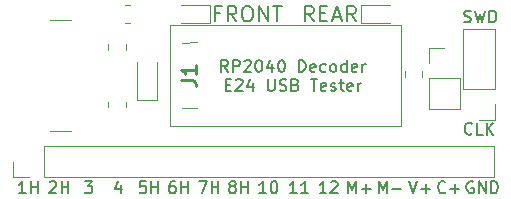
<source format=gto>
G04 #@! TF.GenerationSoftware,KiCad,Pcbnew,8.0.7*
G04 #@! TF.CreationDate,2025-01-11T17:18:14-05:00*
G04 #@! TF.ProjectId,panel,70616e65-6c2e-46b6-9963-61645f706362,rev?*
G04 #@! TF.SameCoordinates,Original*
G04 #@! TF.FileFunction,Legend,Top*
G04 #@! TF.FilePolarity,Positive*
%FSLAX46Y46*%
G04 Gerber Fmt 4.6, Leading zero omitted, Abs format (unit mm)*
G04 Created by KiCad (PCBNEW 8.0.7) date 2025-01-11 17:18:14*
%MOMM*%
%LPD*%
G01*
G04 APERTURE LIST*
%ADD10C,0.100000*%
%ADD11C,0.200000*%
%ADD12C,0.254000*%
%ADD13C,0.120000*%
G04 APERTURE END LIST*
D10*
X27900000Y-28700000D02*
X47400000Y-28700000D01*
X47400000Y-37300000D01*
X27900000Y-37300000D01*
X27900000Y-28700000D01*
D11*
X48147619Y-41967219D02*
X48480952Y-42967219D01*
X48480952Y-42967219D02*
X48814285Y-41967219D01*
X49147619Y-42586266D02*
X49909524Y-42586266D01*
X49528571Y-42967219D02*
X49528571Y-42205314D01*
X45547619Y-42967219D02*
X45547619Y-41967219D01*
X45547619Y-41967219D02*
X45880952Y-42681504D01*
X45880952Y-42681504D02*
X46214285Y-41967219D01*
X46214285Y-41967219D02*
X46214285Y-42967219D01*
X46690476Y-42586266D02*
X47452381Y-42586266D01*
X51190476Y-42871980D02*
X51142857Y-42919600D01*
X51142857Y-42919600D02*
X51000000Y-42967219D01*
X51000000Y-42967219D02*
X50904762Y-42967219D01*
X50904762Y-42967219D02*
X50761905Y-42919600D01*
X50761905Y-42919600D02*
X50666667Y-42824361D01*
X50666667Y-42824361D02*
X50619048Y-42729123D01*
X50619048Y-42729123D02*
X50571429Y-42538647D01*
X50571429Y-42538647D02*
X50571429Y-42395790D01*
X50571429Y-42395790D02*
X50619048Y-42205314D01*
X50619048Y-42205314D02*
X50666667Y-42110076D01*
X50666667Y-42110076D02*
X50761905Y-42014838D01*
X50761905Y-42014838D02*
X50904762Y-41967219D01*
X50904762Y-41967219D02*
X51000000Y-41967219D01*
X51000000Y-41967219D02*
X51142857Y-42014838D01*
X51142857Y-42014838D02*
X51190476Y-42062457D01*
X51619048Y-42586266D02*
X52380953Y-42586266D01*
X52000000Y-42967219D02*
X52000000Y-42205314D01*
X40030326Y-28430504D02*
X39596993Y-27811457D01*
X39287469Y-28430504D02*
X39287469Y-27130504D01*
X39287469Y-27130504D02*
X39782707Y-27130504D01*
X39782707Y-27130504D02*
X39906517Y-27192409D01*
X39906517Y-27192409D02*
X39968422Y-27254314D01*
X39968422Y-27254314D02*
X40030326Y-27378123D01*
X40030326Y-27378123D02*
X40030326Y-27563838D01*
X40030326Y-27563838D02*
X39968422Y-27687647D01*
X39968422Y-27687647D02*
X39906517Y-27749552D01*
X39906517Y-27749552D02*
X39782707Y-27811457D01*
X39782707Y-27811457D02*
X39287469Y-27811457D01*
X40587469Y-27749552D02*
X41020803Y-27749552D01*
X41206517Y-28430504D02*
X40587469Y-28430504D01*
X40587469Y-28430504D02*
X40587469Y-27130504D01*
X40587469Y-27130504D02*
X41206517Y-27130504D01*
X41701755Y-28059076D02*
X42320802Y-28059076D01*
X41577945Y-28430504D02*
X42011278Y-27130504D01*
X42011278Y-27130504D02*
X42444612Y-28430504D01*
X43620802Y-28430504D02*
X43187469Y-27811457D01*
X42877945Y-28430504D02*
X42877945Y-27130504D01*
X42877945Y-27130504D02*
X43373183Y-27130504D01*
X43373183Y-27130504D02*
X43496993Y-27192409D01*
X43496993Y-27192409D02*
X43558898Y-27254314D01*
X43558898Y-27254314D02*
X43620802Y-27378123D01*
X43620802Y-27378123D02*
X43620802Y-27563838D01*
X43620802Y-27563838D02*
X43558898Y-27687647D01*
X43558898Y-27687647D02*
X43496993Y-27749552D01*
X43496993Y-27749552D02*
X43373183Y-27811457D01*
X43373183Y-27811457D02*
X42877945Y-27811457D01*
X20666667Y-41967219D02*
X21285714Y-41967219D01*
X21285714Y-41967219D02*
X20952381Y-42348171D01*
X20952381Y-42348171D02*
X21095238Y-42348171D01*
X21095238Y-42348171D02*
X21190476Y-42395790D01*
X21190476Y-42395790D02*
X21238095Y-42443409D01*
X21238095Y-42443409D02*
X21285714Y-42538647D01*
X21285714Y-42538647D02*
X21285714Y-42776742D01*
X21285714Y-42776742D02*
X21238095Y-42871980D01*
X21238095Y-42871980D02*
X21190476Y-42919600D01*
X21190476Y-42919600D02*
X21095238Y-42967219D01*
X21095238Y-42967219D02*
X20809524Y-42967219D01*
X20809524Y-42967219D02*
X20714286Y-42919600D01*
X20714286Y-42919600D02*
X20666667Y-42871980D01*
X41109523Y-42967219D02*
X40538095Y-42967219D01*
X40823809Y-42967219D02*
X40823809Y-41967219D01*
X40823809Y-41967219D02*
X40728571Y-42110076D01*
X40728571Y-42110076D02*
X40633333Y-42205314D01*
X40633333Y-42205314D02*
X40538095Y-42252933D01*
X41490476Y-42062457D02*
X41538095Y-42014838D01*
X41538095Y-42014838D02*
X41633333Y-41967219D01*
X41633333Y-41967219D02*
X41871428Y-41967219D01*
X41871428Y-41967219D02*
X41966666Y-42014838D01*
X41966666Y-42014838D02*
X42014285Y-42062457D01*
X42014285Y-42062457D02*
X42061904Y-42157695D01*
X42061904Y-42157695D02*
X42061904Y-42252933D01*
X42061904Y-42252933D02*
X42014285Y-42395790D01*
X42014285Y-42395790D02*
X41442857Y-42967219D01*
X41442857Y-42967219D02*
X42061904Y-42967219D01*
X25814285Y-41967219D02*
X25338095Y-41967219D01*
X25338095Y-41967219D02*
X25290476Y-42443409D01*
X25290476Y-42443409D02*
X25338095Y-42395790D01*
X25338095Y-42395790D02*
X25433333Y-42348171D01*
X25433333Y-42348171D02*
X25671428Y-42348171D01*
X25671428Y-42348171D02*
X25766666Y-42395790D01*
X25766666Y-42395790D02*
X25814285Y-42443409D01*
X25814285Y-42443409D02*
X25861904Y-42538647D01*
X25861904Y-42538647D02*
X25861904Y-42776742D01*
X25861904Y-42776742D02*
X25814285Y-42871980D01*
X25814285Y-42871980D02*
X25766666Y-42919600D01*
X25766666Y-42919600D02*
X25671428Y-42967219D01*
X25671428Y-42967219D02*
X25433333Y-42967219D01*
X25433333Y-42967219D02*
X25338095Y-42919600D01*
X25338095Y-42919600D02*
X25290476Y-42871980D01*
X26290476Y-42967219D02*
X26290476Y-41967219D01*
X26290476Y-42443409D02*
X26861904Y-42443409D01*
X26861904Y-42967219D02*
X26861904Y-41967219D01*
X38609523Y-42967219D02*
X38038095Y-42967219D01*
X38323809Y-42967219D02*
X38323809Y-41967219D01*
X38323809Y-41967219D02*
X38228571Y-42110076D01*
X38228571Y-42110076D02*
X38133333Y-42205314D01*
X38133333Y-42205314D02*
X38038095Y-42252933D01*
X39561904Y-42967219D02*
X38990476Y-42967219D01*
X39276190Y-42967219D02*
X39276190Y-41967219D01*
X39276190Y-41967219D02*
X39180952Y-42110076D01*
X39180952Y-42110076D02*
X39085714Y-42205314D01*
X39085714Y-42205314D02*
X38990476Y-42252933D01*
X32074435Y-27749552D02*
X31641101Y-27749552D01*
X31641101Y-28430504D02*
X31641101Y-27130504D01*
X31641101Y-27130504D02*
X32260149Y-27130504D01*
X33498244Y-28430504D02*
X33064911Y-27811457D01*
X32755387Y-28430504D02*
X32755387Y-27130504D01*
X32755387Y-27130504D02*
X33250625Y-27130504D01*
X33250625Y-27130504D02*
X33374435Y-27192409D01*
X33374435Y-27192409D02*
X33436340Y-27254314D01*
X33436340Y-27254314D02*
X33498244Y-27378123D01*
X33498244Y-27378123D02*
X33498244Y-27563838D01*
X33498244Y-27563838D02*
X33436340Y-27687647D01*
X33436340Y-27687647D02*
X33374435Y-27749552D01*
X33374435Y-27749552D02*
X33250625Y-27811457D01*
X33250625Y-27811457D02*
X32755387Y-27811457D01*
X34303006Y-27130504D02*
X34550625Y-27130504D01*
X34550625Y-27130504D02*
X34674435Y-27192409D01*
X34674435Y-27192409D02*
X34798244Y-27316219D01*
X34798244Y-27316219D02*
X34860149Y-27563838D01*
X34860149Y-27563838D02*
X34860149Y-27997171D01*
X34860149Y-27997171D02*
X34798244Y-28244790D01*
X34798244Y-28244790D02*
X34674435Y-28368600D01*
X34674435Y-28368600D02*
X34550625Y-28430504D01*
X34550625Y-28430504D02*
X34303006Y-28430504D01*
X34303006Y-28430504D02*
X34179197Y-28368600D01*
X34179197Y-28368600D02*
X34055387Y-28244790D01*
X34055387Y-28244790D02*
X33993483Y-27997171D01*
X33993483Y-27997171D02*
X33993483Y-27563838D01*
X33993483Y-27563838D02*
X34055387Y-27316219D01*
X34055387Y-27316219D02*
X34179197Y-27192409D01*
X34179197Y-27192409D02*
X34303006Y-27130504D01*
X35417292Y-28430504D02*
X35417292Y-27130504D01*
X35417292Y-27130504D02*
X36160149Y-28430504D01*
X36160149Y-28430504D02*
X36160149Y-27130504D01*
X36593483Y-27130504D02*
X37336340Y-27130504D01*
X36964912Y-28430504D02*
X36964912Y-27130504D01*
X52772054Y-28469600D02*
X52914911Y-28517219D01*
X52914911Y-28517219D02*
X53153006Y-28517219D01*
X53153006Y-28517219D02*
X53248244Y-28469600D01*
X53248244Y-28469600D02*
X53295863Y-28421980D01*
X53295863Y-28421980D02*
X53343482Y-28326742D01*
X53343482Y-28326742D02*
X53343482Y-28231504D01*
X53343482Y-28231504D02*
X53295863Y-28136266D01*
X53295863Y-28136266D02*
X53248244Y-28088647D01*
X53248244Y-28088647D02*
X53153006Y-28041028D01*
X53153006Y-28041028D02*
X52962530Y-27993409D01*
X52962530Y-27993409D02*
X52867292Y-27945790D01*
X52867292Y-27945790D02*
X52819673Y-27898171D01*
X52819673Y-27898171D02*
X52772054Y-27802933D01*
X52772054Y-27802933D02*
X52772054Y-27707695D01*
X52772054Y-27707695D02*
X52819673Y-27612457D01*
X52819673Y-27612457D02*
X52867292Y-27564838D01*
X52867292Y-27564838D02*
X52962530Y-27517219D01*
X52962530Y-27517219D02*
X53200625Y-27517219D01*
X53200625Y-27517219D02*
X53343482Y-27564838D01*
X53676816Y-27517219D02*
X53914911Y-28517219D01*
X53914911Y-28517219D02*
X54105387Y-27802933D01*
X54105387Y-27802933D02*
X54295863Y-28517219D01*
X54295863Y-28517219D02*
X54533959Y-27517219D01*
X54914911Y-28517219D02*
X54914911Y-27517219D01*
X54914911Y-27517219D02*
X55153006Y-27517219D01*
X55153006Y-27517219D02*
X55295863Y-27564838D01*
X55295863Y-27564838D02*
X55391101Y-27660076D01*
X55391101Y-27660076D02*
X55438720Y-27755314D01*
X55438720Y-27755314D02*
X55486339Y-27945790D01*
X55486339Y-27945790D02*
X55486339Y-28088647D01*
X55486339Y-28088647D02*
X55438720Y-28279123D01*
X55438720Y-28279123D02*
X55391101Y-28374361D01*
X55391101Y-28374361D02*
X55295863Y-28469600D01*
X55295863Y-28469600D02*
X55153006Y-28517219D01*
X55153006Y-28517219D02*
X54914911Y-28517219D01*
X32773808Y-32707275D02*
X32440475Y-32231084D01*
X32202380Y-32707275D02*
X32202380Y-31707275D01*
X32202380Y-31707275D02*
X32583332Y-31707275D01*
X32583332Y-31707275D02*
X32678570Y-31754894D01*
X32678570Y-31754894D02*
X32726189Y-31802513D01*
X32726189Y-31802513D02*
X32773808Y-31897751D01*
X32773808Y-31897751D02*
X32773808Y-32040608D01*
X32773808Y-32040608D02*
X32726189Y-32135846D01*
X32726189Y-32135846D02*
X32678570Y-32183465D01*
X32678570Y-32183465D02*
X32583332Y-32231084D01*
X32583332Y-32231084D02*
X32202380Y-32231084D01*
X33202380Y-32707275D02*
X33202380Y-31707275D01*
X33202380Y-31707275D02*
X33583332Y-31707275D01*
X33583332Y-31707275D02*
X33678570Y-31754894D01*
X33678570Y-31754894D02*
X33726189Y-31802513D01*
X33726189Y-31802513D02*
X33773808Y-31897751D01*
X33773808Y-31897751D02*
X33773808Y-32040608D01*
X33773808Y-32040608D02*
X33726189Y-32135846D01*
X33726189Y-32135846D02*
X33678570Y-32183465D01*
X33678570Y-32183465D02*
X33583332Y-32231084D01*
X33583332Y-32231084D02*
X33202380Y-32231084D01*
X34154761Y-31802513D02*
X34202380Y-31754894D01*
X34202380Y-31754894D02*
X34297618Y-31707275D01*
X34297618Y-31707275D02*
X34535713Y-31707275D01*
X34535713Y-31707275D02*
X34630951Y-31754894D01*
X34630951Y-31754894D02*
X34678570Y-31802513D01*
X34678570Y-31802513D02*
X34726189Y-31897751D01*
X34726189Y-31897751D02*
X34726189Y-31992989D01*
X34726189Y-31992989D02*
X34678570Y-32135846D01*
X34678570Y-32135846D02*
X34107142Y-32707275D01*
X34107142Y-32707275D02*
X34726189Y-32707275D01*
X35345237Y-31707275D02*
X35440475Y-31707275D01*
X35440475Y-31707275D02*
X35535713Y-31754894D01*
X35535713Y-31754894D02*
X35583332Y-31802513D01*
X35583332Y-31802513D02*
X35630951Y-31897751D01*
X35630951Y-31897751D02*
X35678570Y-32088227D01*
X35678570Y-32088227D02*
X35678570Y-32326322D01*
X35678570Y-32326322D02*
X35630951Y-32516798D01*
X35630951Y-32516798D02*
X35583332Y-32612036D01*
X35583332Y-32612036D02*
X35535713Y-32659656D01*
X35535713Y-32659656D02*
X35440475Y-32707275D01*
X35440475Y-32707275D02*
X35345237Y-32707275D01*
X35345237Y-32707275D02*
X35249999Y-32659656D01*
X35249999Y-32659656D02*
X35202380Y-32612036D01*
X35202380Y-32612036D02*
X35154761Y-32516798D01*
X35154761Y-32516798D02*
X35107142Y-32326322D01*
X35107142Y-32326322D02*
X35107142Y-32088227D01*
X35107142Y-32088227D02*
X35154761Y-31897751D01*
X35154761Y-31897751D02*
X35202380Y-31802513D01*
X35202380Y-31802513D02*
X35249999Y-31754894D01*
X35249999Y-31754894D02*
X35345237Y-31707275D01*
X36535713Y-32040608D02*
X36535713Y-32707275D01*
X36297618Y-31659656D02*
X36059523Y-32373941D01*
X36059523Y-32373941D02*
X36678570Y-32373941D01*
X37249999Y-31707275D02*
X37345237Y-31707275D01*
X37345237Y-31707275D02*
X37440475Y-31754894D01*
X37440475Y-31754894D02*
X37488094Y-31802513D01*
X37488094Y-31802513D02*
X37535713Y-31897751D01*
X37535713Y-31897751D02*
X37583332Y-32088227D01*
X37583332Y-32088227D02*
X37583332Y-32326322D01*
X37583332Y-32326322D02*
X37535713Y-32516798D01*
X37535713Y-32516798D02*
X37488094Y-32612036D01*
X37488094Y-32612036D02*
X37440475Y-32659656D01*
X37440475Y-32659656D02*
X37345237Y-32707275D01*
X37345237Y-32707275D02*
X37249999Y-32707275D01*
X37249999Y-32707275D02*
X37154761Y-32659656D01*
X37154761Y-32659656D02*
X37107142Y-32612036D01*
X37107142Y-32612036D02*
X37059523Y-32516798D01*
X37059523Y-32516798D02*
X37011904Y-32326322D01*
X37011904Y-32326322D02*
X37011904Y-32088227D01*
X37011904Y-32088227D02*
X37059523Y-31897751D01*
X37059523Y-31897751D02*
X37107142Y-31802513D01*
X37107142Y-31802513D02*
X37154761Y-31754894D01*
X37154761Y-31754894D02*
X37249999Y-31707275D01*
X38773809Y-32707275D02*
X38773809Y-31707275D01*
X38773809Y-31707275D02*
X39011904Y-31707275D01*
X39011904Y-31707275D02*
X39154761Y-31754894D01*
X39154761Y-31754894D02*
X39249999Y-31850132D01*
X39249999Y-31850132D02*
X39297618Y-31945370D01*
X39297618Y-31945370D02*
X39345237Y-32135846D01*
X39345237Y-32135846D02*
X39345237Y-32278703D01*
X39345237Y-32278703D02*
X39297618Y-32469179D01*
X39297618Y-32469179D02*
X39249999Y-32564417D01*
X39249999Y-32564417D02*
X39154761Y-32659656D01*
X39154761Y-32659656D02*
X39011904Y-32707275D01*
X39011904Y-32707275D02*
X38773809Y-32707275D01*
X40154761Y-32659656D02*
X40059523Y-32707275D01*
X40059523Y-32707275D02*
X39869047Y-32707275D01*
X39869047Y-32707275D02*
X39773809Y-32659656D01*
X39773809Y-32659656D02*
X39726190Y-32564417D01*
X39726190Y-32564417D02*
X39726190Y-32183465D01*
X39726190Y-32183465D02*
X39773809Y-32088227D01*
X39773809Y-32088227D02*
X39869047Y-32040608D01*
X39869047Y-32040608D02*
X40059523Y-32040608D01*
X40059523Y-32040608D02*
X40154761Y-32088227D01*
X40154761Y-32088227D02*
X40202380Y-32183465D01*
X40202380Y-32183465D02*
X40202380Y-32278703D01*
X40202380Y-32278703D02*
X39726190Y-32373941D01*
X41059523Y-32659656D02*
X40964285Y-32707275D01*
X40964285Y-32707275D02*
X40773809Y-32707275D01*
X40773809Y-32707275D02*
X40678571Y-32659656D01*
X40678571Y-32659656D02*
X40630952Y-32612036D01*
X40630952Y-32612036D02*
X40583333Y-32516798D01*
X40583333Y-32516798D02*
X40583333Y-32231084D01*
X40583333Y-32231084D02*
X40630952Y-32135846D01*
X40630952Y-32135846D02*
X40678571Y-32088227D01*
X40678571Y-32088227D02*
X40773809Y-32040608D01*
X40773809Y-32040608D02*
X40964285Y-32040608D01*
X40964285Y-32040608D02*
X41059523Y-32088227D01*
X41630952Y-32707275D02*
X41535714Y-32659656D01*
X41535714Y-32659656D02*
X41488095Y-32612036D01*
X41488095Y-32612036D02*
X41440476Y-32516798D01*
X41440476Y-32516798D02*
X41440476Y-32231084D01*
X41440476Y-32231084D02*
X41488095Y-32135846D01*
X41488095Y-32135846D02*
X41535714Y-32088227D01*
X41535714Y-32088227D02*
X41630952Y-32040608D01*
X41630952Y-32040608D02*
X41773809Y-32040608D01*
X41773809Y-32040608D02*
X41869047Y-32088227D01*
X41869047Y-32088227D02*
X41916666Y-32135846D01*
X41916666Y-32135846D02*
X41964285Y-32231084D01*
X41964285Y-32231084D02*
X41964285Y-32516798D01*
X41964285Y-32516798D02*
X41916666Y-32612036D01*
X41916666Y-32612036D02*
X41869047Y-32659656D01*
X41869047Y-32659656D02*
X41773809Y-32707275D01*
X41773809Y-32707275D02*
X41630952Y-32707275D01*
X42821428Y-32707275D02*
X42821428Y-31707275D01*
X42821428Y-32659656D02*
X42726190Y-32707275D01*
X42726190Y-32707275D02*
X42535714Y-32707275D01*
X42535714Y-32707275D02*
X42440476Y-32659656D01*
X42440476Y-32659656D02*
X42392857Y-32612036D01*
X42392857Y-32612036D02*
X42345238Y-32516798D01*
X42345238Y-32516798D02*
X42345238Y-32231084D01*
X42345238Y-32231084D02*
X42392857Y-32135846D01*
X42392857Y-32135846D02*
X42440476Y-32088227D01*
X42440476Y-32088227D02*
X42535714Y-32040608D01*
X42535714Y-32040608D02*
X42726190Y-32040608D01*
X42726190Y-32040608D02*
X42821428Y-32088227D01*
X43678571Y-32659656D02*
X43583333Y-32707275D01*
X43583333Y-32707275D02*
X43392857Y-32707275D01*
X43392857Y-32707275D02*
X43297619Y-32659656D01*
X43297619Y-32659656D02*
X43250000Y-32564417D01*
X43250000Y-32564417D02*
X43250000Y-32183465D01*
X43250000Y-32183465D02*
X43297619Y-32088227D01*
X43297619Y-32088227D02*
X43392857Y-32040608D01*
X43392857Y-32040608D02*
X43583333Y-32040608D01*
X43583333Y-32040608D02*
X43678571Y-32088227D01*
X43678571Y-32088227D02*
X43726190Y-32183465D01*
X43726190Y-32183465D02*
X43726190Y-32278703D01*
X43726190Y-32278703D02*
X43250000Y-32373941D01*
X44154762Y-32707275D02*
X44154762Y-32040608D01*
X44154762Y-32231084D02*
X44202381Y-32135846D01*
X44202381Y-32135846D02*
X44250000Y-32088227D01*
X44250000Y-32088227D02*
X44345238Y-32040608D01*
X44345238Y-32040608D02*
X44440476Y-32040608D01*
X32583332Y-33793409D02*
X32916665Y-33793409D01*
X33059522Y-34317219D02*
X32583332Y-34317219D01*
X32583332Y-34317219D02*
X32583332Y-33317219D01*
X32583332Y-33317219D02*
X33059522Y-33317219D01*
X33440475Y-33412457D02*
X33488094Y-33364838D01*
X33488094Y-33364838D02*
X33583332Y-33317219D01*
X33583332Y-33317219D02*
X33821427Y-33317219D01*
X33821427Y-33317219D02*
X33916665Y-33364838D01*
X33916665Y-33364838D02*
X33964284Y-33412457D01*
X33964284Y-33412457D02*
X34011903Y-33507695D01*
X34011903Y-33507695D02*
X34011903Y-33602933D01*
X34011903Y-33602933D02*
X33964284Y-33745790D01*
X33964284Y-33745790D02*
X33392856Y-34317219D01*
X33392856Y-34317219D02*
X34011903Y-34317219D01*
X34869046Y-33650552D02*
X34869046Y-34317219D01*
X34630951Y-33269600D02*
X34392856Y-33983885D01*
X34392856Y-33983885D02*
X35011903Y-33983885D01*
X36154761Y-33317219D02*
X36154761Y-34126742D01*
X36154761Y-34126742D02*
X36202380Y-34221980D01*
X36202380Y-34221980D02*
X36249999Y-34269600D01*
X36249999Y-34269600D02*
X36345237Y-34317219D01*
X36345237Y-34317219D02*
X36535713Y-34317219D01*
X36535713Y-34317219D02*
X36630951Y-34269600D01*
X36630951Y-34269600D02*
X36678570Y-34221980D01*
X36678570Y-34221980D02*
X36726189Y-34126742D01*
X36726189Y-34126742D02*
X36726189Y-33317219D01*
X37154761Y-34269600D02*
X37297618Y-34317219D01*
X37297618Y-34317219D02*
X37535713Y-34317219D01*
X37535713Y-34317219D02*
X37630951Y-34269600D01*
X37630951Y-34269600D02*
X37678570Y-34221980D01*
X37678570Y-34221980D02*
X37726189Y-34126742D01*
X37726189Y-34126742D02*
X37726189Y-34031504D01*
X37726189Y-34031504D02*
X37678570Y-33936266D01*
X37678570Y-33936266D02*
X37630951Y-33888647D01*
X37630951Y-33888647D02*
X37535713Y-33841028D01*
X37535713Y-33841028D02*
X37345237Y-33793409D01*
X37345237Y-33793409D02*
X37249999Y-33745790D01*
X37249999Y-33745790D02*
X37202380Y-33698171D01*
X37202380Y-33698171D02*
X37154761Y-33602933D01*
X37154761Y-33602933D02*
X37154761Y-33507695D01*
X37154761Y-33507695D02*
X37202380Y-33412457D01*
X37202380Y-33412457D02*
X37249999Y-33364838D01*
X37249999Y-33364838D02*
X37345237Y-33317219D01*
X37345237Y-33317219D02*
X37583332Y-33317219D01*
X37583332Y-33317219D02*
X37726189Y-33364838D01*
X38488094Y-33793409D02*
X38630951Y-33841028D01*
X38630951Y-33841028D02*
X38678570Y-33888647D01*
X38678570Y-33888647D02*
X38726189Y-33983885D01*
X38726189Y-33983885D02*
X38726189Y-34126742D01*
X38726189Y-34126742D02*
X38678570Y-34221980D01*
X38678570Y-34221980D02*
X38630951Y-34269600D01*
X38630951Y-34269600D02*
X38535713Y-34317219D01*
X38535713Y-34317219D02*
X38154761Y-34317219D01*
X38154761Y-34317219D02*
X38154761Y-33317219D01*
X38154761Y-33317219D02*
X38488094Y-33317219D01*
X38488094Y-33317219D02*
X38583332Y-33364838D01*
X38583332Y-33364838D02*
X38630951Y-33412457D01*
X38630951Y-33412457D02*
X38678570Y-33507695D01*
X38678570Y-33507695D02*
X38678570Y-33602933D01*
X38678570Y-33602933D02*
X38630951Y-33698171D01*
X38630951Y-33698171D02*
X38583332Y-33745790D01*
X38583332Y-33745790D02*
X38488094Y-33793409D01*
X38488094Y-33793409D02*
X38154761Y-33793409D01*
X39773809Y-33317219D02*
X40345237Y-33317219D01*
X40059523Y-34317219D02*
X40059523Y-33317219D01*
X41059523Y-34269600D02*
X40964285Y-34317219D01*
X40964285Y-34317219D02*
X40773809Y-34317219D01*
X40773809Y-34317219D02*
X40678571Y-34269600D01*
X40678571Y-34269600D02*
X40630952Y-34174361D01*
X40630952Y-34174361D02*
X40630952Y-33793409D01*
X40630952Y-33793409D02*
X40678571Y-33698171D01*
X40678571Y-33698171D02*
X40773809Y-33650552D01*
X40773809Y-33650552D02*
X40964285Y-33650552D01*
X40964285Y-33650552D02*
X41059523Y-33698171D01*
X41059523Y-33698171D02*
X41107142Y-33793409D01*
X41107142Y-33793409D02*
X41107142Y-33888647D01*
X41107142Y-33888647D02*
X40630952Y-33983885D01*
X41488095Y-34269600D02*
X41583333Y-34317219D01*
X41583333Y-34317219D02*
X41773809Y-34317219D01*
X41773809Y-34317219D02*
X41869047Y-34269600D01*
X41869047Y-34269600D02*
X41916666Y-34174361D01*
X41916666Y-34174361D02*
X41916666Y-34126742D01*
X41916666Y-34126742D02*
X41869047Y-34031504D01*
X41869047Y-34031504D02*
X41773809Y-33983885D01*
X41773809Y-33983885D02*
X41630952Y-33983885D01*
X41630952Y-33983885D02*
X41535714Y-33936266D01*
X41535714Y-33936266D02*
X41488095Y-33841028D01*
X41488095Y-33841028D02*
X41488095Y-33793409D01*
X41488095Y-33793409D02*
X41535714Y-33698171D01*
X41535714Y-33698171D02*
X41630952Y-33650552D01*
X41630952Y-33650552D02*
X41773809Y-33650552D01*
X41773809Y-33650552D02*
X41869047Y-33698171D01*
X42202381Y-33650552D02*
X42583333Y-33650552D01*
X42345238Y-33317219D02*
X42345238Y-34174361D01*
X42345238Y-34174361D02*
X42392857Y-34269600D01*
X42392857Y-34269600D02*
X42488095Y-34317219D01*
X42488095Y-34317219D02*
X42583333Y-34317219D01*
X43297619Y-34269600D02*
X43202381Y-34317219D01*
X43202381Y-34317219D02*
X43011905Y-34317219D01*
X43011905Y-34317219D02*
X42916667Y-34269600D01*
X42916667Y-34269600D02*
X42869048Y-34174361D01*
X42869048Y-34174361D02*
X42869048Y-33793409D01*
X42869048Y-33793409D02*
X42916667Y-33698171D01*
X42916667Y-33698171D02*
X43011905Y-33650552D01*
X43011905Y-33650552D02*
X43202381Y-33650552D01*
X43202381Y-33650552D02*
X43297619Y-33698171D01*
X43297619Y-33698171D02*
X43345238Y-33793409D01*
X43345238Y-33793409D02*
X43345238Y-33888647D01*
X43345238Y-33888647D02*
X42869048Y-33983885D01*
X43773810Y-34317219D02*
X43773810Y-33650552D01*
X43773810Y-33841028D02*
X43821429Y-33745790D01*
X43821429Y-33745790D02*
X43869048Y-33698171D01*
X43869048Y-33698171D02*
X43964286Y-33650552D01*
X43964286Y-33650552D02*
X44059524Y-33650552D01*
X53441101Y-37921980D02*
X53393482Y-37969600D01*
X53393482Y-37969600D02*
X53250625Y-38017219D01*
X53250625Y-38017219D02*
X53155387Y-38017219D01*
X53155387Y-38017219D02*
X53012530Y-37969600D01*
X53012530Y-37969600D02*
X52917292Y-37874361D01*
X52917292Y-37874361D02*
X52869673Y-37779123D01*
X52869673Y-37779123D02*
X52822054Y-37588647D01*
X52822054Y-37588647D02*
X52822054Y-37445790D01*
X52822054Y-37445790D02*
X52869673Y-37255314D01*
X52869673Y-37255314D02*
X52917292Y-37160076D01*
X52917292Y-37160076D02*
X53012530Y-37064838D01*
X53012530Y-37064838D02*
X53155387Y-37017219D01*
X53155387Y-37017219D02*
X53250625Y-37017219D01*
X53250625Y-37017219D02*
X53393482Y-37064838D01*
X53393482Y-37064838D02*
X53441101Y-37112457D01*
X54345863Y-38017219D02*
X53869673Y-38017219D01*
X53869673Y-38017219D02*
X53869673Y-37017219D01*
X54679197Y-38017219D02*
X54679197Y-37017219D01*
X55250625Y-38017219D02*
X54822054Y-37445790D01*
X55250625Y-37017219D02*
X54679197Y-37588647D01*
X30342857Y-41967219D02*
X31009523Y-41967219D01*
X31009523Y-41967219D02*
X30580952Y-42967219D01*
X31390476Y-42967219D02*
X31390476Y-41967219D01*
X31390476Y-42443409D02*
X31961904Y-42443409D01*
X31961904Y-42967219D02*
X31961904Y-41967219D01*
X23690476Y-42300552D02*
X23690476Y-42967219D01*
X23452381Y-41919600D02*
X23214286Y-42633885D01*
X23214286Y-42633885D02*
X23833333Y-42633885D01*
X28266666Y-41967219D02*
X28076190Y-41967219D01*
X28076190Y-41967219D02*
X27980952Y-42014838D01*
X27980952Y-42014838D02*
X27933333Y-42062457D01*
X27933333Y-42062457D02*
X27838095Y-42205314D01*
X27838095Y-42205314D02*
X27790476Y-42395790D01*
X27790476Y-42395790D02*
X27790476Y-42776742D01*
X27790476Y-42776742D02*
X27838095Y-42871980D01*
X27838095Y-42871980D02*
X27885714Y-42919600D01*
X27885714Y-42919600D02*
X27980952Y-42967219D01*
X27980952Y-42967219D02*
X28171428Y-42967219D01*
X28171428Y-42967219D02*
X28266666Y-42919600D01*
X28266666Y-42919600D02*
X28314285Y-42871980D01*
X28314285Y-42871980D02*
X28361904Y-42776742D01*
X28361904Y-42776742D02*
X28361904Y-42538647D01*
X28361904Y-42538647D02*
X28314285Y-42443409D01*
X28314285Y-42443409D02*
X28266666Y-42395790D01*
X28266666Y-42395790D02*
X28171428Y-42348171D01*
X28171428Y-42348171D02*
X27980952Y-42348171D01*
X27980952Y-42348171D02*
X27885714Y-42395790D01*
X27885714Y-42395790D02*
X27838095Y-42443409D01*
X27838095Y-42443409D02*
X27790476Y-42538647D01*
X28790476Y-42967219D02*
X28790476Y-41967219D01*
X28790476Y-42443409D02*
X29361904Y-42443409D01*
X29361904Y-42967219D02*
X29361904Y-41967219D01*
X42947619Y-42967219D02*
X42947619Y-41967219D01*
X42947619Y-41967219D02*
X43280952Y-42681504D01*
X43280952Y-42681504D02*
X43614285Y-41967219D01*
X43614285Y-41967219D02*
X43614285Y-42967219D01*
X44090476Y-42586266D02*
X44852381Y-42586266D01*
X44471428Y-42967219D02*
X44471428Y-42205314D01*
X36009523Y-42967219D02*
X35438095Y-42967219D01*
X35723809Y-42967219D02*
X35723809Y-41967219D01*
X35723809Y-41967219D02*
X35628571Y-42110076D01*
X35628571Y-42110076D02*
X35533333Y-42205314D01*
X35533333Y-42205314D02*
X35438095Y-42252933D01*
X36628571Y-41967219D02*
X36723809Y-41967219D01*
X36723809Y-41967219D02*
X36819047Y-42014838D01*
X36819047Y-42014838D02*
X36866666Y-42062457D01*
X36866666Y-42062457D02*
X36914285Y-42157695D01*
X36914285Y-42157695D02*
X36961904Y-42348171D01*
X36961904Y-42348171D02*
X36961904Y-42586266D01*
X36961904Y-42586266D02*
X36914285Y-42776742D01*
X36914285Y-42776742D02*
X36866666Y-42871980D01*
X36866666Y-42871980D02*
X36819047Y-42919600D01*
X36819047Y-42919600D02*
X36723809Y-42967219D01*
X36723809Y-42967219D02*
X36628571Y-42967219D01*
X36628571Y-42967219D02*
X36533333Y-42919600D01*
X36533333Y-42919600D02*
X36485714Y-42871980D01*
X36485714Y-42871980D02*
X36438095Y-42776742D01*
X36438095Y-42776742D02*
X36390476Y-42586266D01*
X36390476Y-42586266D02*
X36390476Y-42348171D01*
X36390476Y-42348171D02*
X36438095Y-42157695D01*
X36438095Y-42157695D02*
X36485714Y-42062457D01*
X36485714Y-42062457D02*
X36533333Y-42014838D01*
X36533333Y-42014838D02*
X36628571Y-41967219D01*
X17690476Y-42062457D02*
X17738095Y-42014838D01*
X17738095Y-42014838D02*
X17833333Y-41967219D01*
X17833333Y-41967219D02*
X18071428Y-41967219D01*
X18071428Y-41967219D02*
X18166666Y-42014838D01*
X18166666Y-42014838D02*
X18214285Y-42062457D01*
X18214285Y-42062457D02*
X18261904Y-42157695D01*
X18261904Y-42157695D02*
X18261904Y-42252933D01*
X18261904Y-42252933D02*
X18214285Y-42395790D01*
X18214285Y-42395790D02*
X17642857Y-42967219D01*
X17642857Y-42967219D02*
X18261904Y-42967219D01*
X18690476Y-42967219D02*
X18690476Y-41967219D01*
X18690476Y-42443409D02*
X19261904Y-42443409D01*
X19261904Y-42967219D02*
X19261904Y-41967219D01*
X15661904Y-42967219D02*
X15090476Y-42967219D01*
X15376190Y-42967219D02*
X15376190Y-41967219D01*
X15376190Y-41967219D02*
X15280952Y-42110076D01*
X15280952Y-42110076D02*
X15185714Y-42205314D01*
X15185714Y-42205314D02*
X15090476Y-42252933D01*
X16090476Y-42967219D02*
X16090476Y-41967219D01*
X16090476Y-42443409D02*
X16661904Y-42443409D01*
X16661904Y-42967219D02*
X16661904Y-41967219D01*
X53538095Y-42014838D02*
X53442857Y-41967219D01*
X53442857Y-41967219D02*
X53300000Y-41967219D01*
X53300000Y-41967219D02*
X53157143Y-42014838D01*
X53157143Y-42014838D02*
X53061905Y-42110076D01*
X53061905Y-42110076D02*
X53014286Y-42205314D01*
X53014286Y-42205314D02*
X52966667Y-42395790D01*
X52966667Y-42395790D02*
X52966667Y-42538647D01*
X52966667Y-42538647D02*
X53014286Y-42729123D01*
X53014286Y-42729123D02*
X53061905Y-42824361D01*
X53061905Y-42824361D02*
X53157143Y-42919600D01*
X53157143Y-42919600D02*
X53300000Y-42967219D01*
X53300000Y-42967219D02*
X53395238Y-42967219D01*
X53395238Y-42967219D02*
X53538095Y-42919600D01*
X53538095Y-42919600D02*
X53585714Y-42871980D01*
X53585714Y-42871980D02*
X53585714Y-42538647D01*
X53585714Y-42538647D02*
X53395238Y-42538647D01*
X54014286Y-42967219D02*
X54014286Y-41967219D01*
X54014286Y-41967219D02*
X54585714Y-42967219D01*
X54585714Y-42967219D02*
X54585714Y-41967219D01*
X55061905Y-42967219D02*
X55061905Y-41967219D01*
X55061905Y-41967219D02*
X55300000Y-41967219D01*
X55300000Y-41967219D02*
X55442857Y-42014838D01*
X55442857Y-42014838D02*
X55538095Y-42110076D01*
X55538095Y-42110076D02*
X55585714Y-42205314D01*
X55585714Y-42205314D02*
X55633333Y-42395790D01*
X55633333Y-42395790D02*
X55633333Y-42538647D01*
X55633333Y-42538647D02*
X55585714Y-42729123D01*
X55585714Y-42729123D02*
X55538095Y-42824361D01*
X55538095Y-42824361D02*
X55442857Y-42919600D01*
X55442857Y-42919600D02*
X55300000Y-42967219D01*
X55300000Y-42967219D02*
X55061905Y-42967219D01*
X33080952Y-42395790D02*
X32985714Y-42348171D01*
X32985714Y-42348171D02*
X32938095Y-42300552D01*
X32938095Y-42300552D02*
X32890476Y-42205314D01*
X32890476Y-42205314D02*
X32890476Y-42157695D01*
X32890476Y-42157695D02*
X32938095Y-42062457D01*
X32938095Y-42062457D02*
X32985714Y-42014838D01*
X32985714Y-42014838D02*
X33080952Y-41967219D01*
X33080952Y-41967219D02*
X33271428Y-41967219D01*
X33271428Y-41967219D02*
X33366666Y-42014838D01*
X33366666Y-42014838D02*
X33414285Y-42062457D01*
X33414285Y-42062457D02*
X33461904Y-42157695D01*
X33461904Y-42157695D02*
X33461904Y-42205314D01*
X33461904Y-42205314D02*
X33414285Y-42300552D01*
X33414285Y-42300552D02*
X33366666Y-42348171D01*
X33366666Y-42348171D02*
X33271428Y-42395790D01*
X33271428Y-42395790D02*
X33080952Y-42395790D01*
X33080952Y-42395790D02*
X32985714Y-42443409D01*
X32985714Y-42443409D02*
X32938095Y-42491028D01*
X32938095Y-42491028D02*
X32890476Y-42586266D01*
X32890476Y-42586266D02*
X32890476Y-42776742D01*
X32890476Y-42776742D02*
X32938095Y-42871980D01*
X32938095Y-42871980D02*
X32985714Y-42919600D01*
X32985714Y-42919600D02*
X33080952Y-42967219D01*
X33080952Y-42967219D02*
X33271428Y-42967219D01*
X33271428Y-42967219D02*
X33366666Y-42919600D01*
X33366666Y-42919600D02*
X33414285Y-42871980D01*
X33414285Y-42871980D02*
X33461904Y-42776742D01*
X33461904Y-42776742D02*
X33461904Y-42586266D01*
X33461904Y-42586266D02*
X33414285Y-42491028D01*
X33414285Y-42491028D02*
X33366666Y-42443409D01*
X33366666Y-42443409D02*
X33271428Y-42395790D01*
X33890476Y-42967219D02*
X33890476Y-41967219D01*
X33890476Y-42443409D02*
X34461904Y-42443409D01*
X34461904Y-42967219D02*
X34461904Y-41967219D01*
D12*
X28803318Y-33423332D02*
X29710461Y-33423332D01*
X29710461Y-33423332D02*
X29891889Y-33483809D01*
X29891889Y-33483809D02*
X30012842Y-33604761D01*
X30012842Y-33604761D02*
X30073318Y-33786190D01*
X30073318Y-33786190D02*
X30073318Y-33907142D01*
X30073318Y-32153332D02*
X30073318Y-32879047D01*
X30073318Y-32516190D02*
X28803318Y-32516190D01*
X28803318Y-32516190D02*
X28984746Y-32637142D01*
X28984746Y-32637142D02*
X29105699Y-32758094D01*
X29105699Y-32758094D02*
X29166175Y-32879047D01*
D13*
G04 #@! TO.C,J3*
X49770000Y-30645000D02*
X51100000Y-30645000D01*
X49770000Y-31975000D02*
X49770000Y-30645000D01*
X49770000Y-33245000D02*
X49770000Y-35845000D01*
X49770000Y-33245000D02*
X52430000Y-33245000D01*
X49770000Y-35845000D02*
X52430000Y-35845000D01*
X52430000Y-33245000D02*
X52430000Y-35845000D01*
G04 #@! TO.C,J4*
X14570000Y-41630000D02*
X14570000Y-40300000D01*
X15900000Y-41630000D02*
X14570000Y-41630000D01*
X17170000Y-38970000D02*
X55330000Y-38970000D01*
X17170000Y-41630000D02*
X17170000Y-38970000D01*
X17170000Y-41630000D02*
X55330000Y-41630000D01*
X55330000Y-41630000D02*
X55330000Y-38970000D01*
G04 #@! TO.C,R1*
X22665000Y-30827064D02*
X22665000Y-30372936D01*
X24135000Y-30827064D02*
X24135000Y-30372936D01*
G04 #@! TO.C,R3*
X24072936Y-27065000D02*
X24527064Y-27065000D01*
X24072936Y-28535000D02*
X24527064Y-28535000D01*
G04 #@! TO.C,J2*
X52720000Y-34180000D02*
X52720000Y-29040000D01*
X55380000Y-29040000D02*
X52720000Y-29040000D01*
X55380000Y-34180000D02*
X52720000Y-34180000D01*
X55380000Y-34180000D02*
X55380000Y-29040000D01*
X55380000Y-35450000D02*
X55380000Y-36780000D01*
X55380000Y-36780000D02*
X54050000Y-36780000D01*
G04 #@! TO.C,R2*
X22665000Y-35677064D02*
X22665000Y-35222936D01*
X24135000Y-35677064D02*
X24135000Y-35222936D01*
G04 #@! TO.C,D1*
X25050000Y-35110000D02*
X25050000Y-31850000D01*
X25050000Y-35110000D02*
X26750000Y-35110000D01*
X26750000Y-35110000D02*
X26750000Y-31850000D01*
G04 #@! TO.C,D2*
X28800000Y-28535000D02*
X31260000Y-28535000D01*
X31260000Y-27065000D02*
X28800000Y-27065000D01*
X31260000Y-28535000D02*
X31260000Y-27065000D01*
G04 #@! TO.C,D3*
X44040000Y-27065000D02*
X44040000Y-28535000D01*
X44040000Y-28535000D02*
X46500000Y-28535000D01*
X46500000Y-27065000D02*
X44040000Y-27065000D01*
G04 #@! TO.C,P1*
X17750000Y-28330000D02*
X19450000Y-28330000D01*
X17750000Y-37670000D02*
X19450000Y-37670000D01*
D10*
G04 #@! TO.C,J1*
X30130000Y-30200000D02*
X28870000Y-30245000D01*
X30130000Y-35755000D02*
X28870000Y-35800000D01*
D13*
G04 #@! TO.C,R4*
X47765000Y-33127064D02*
X47765000Y-32672936D01*
X49235000Y-33127064D02*
X49235000Y-32672936D01*
G04 #@! TD*
M02*

</source>
